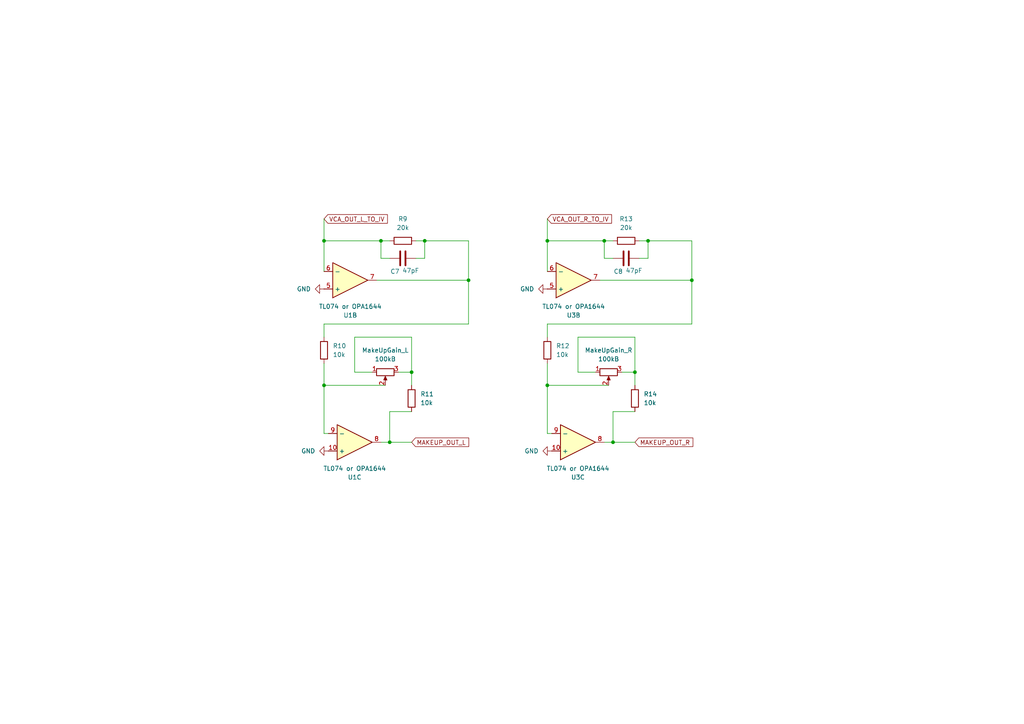
<source format=kicad_sch>
(kicad_sch (version 20250114) (generator "eeschema") (generator_version "9.0")
  (paper "A4")
  (lib_symbols
    (symbol "Device:C" (pin_numbers (hide yes)) (pin_names (offset 0.254))
      (property "Reference" "C" (at 0.635 2.54 0))
      (property "Value" "C" (at 0.635 -2.54 0))
      (symbol "C_0_1"
        (polyline (pts (xy -2.032 0.762) (xy 2.032 0.762)) (stroke (width 0.508)))
        (polyline (pts (xy -2.032 -0.762) (xy 2.032 -0.762)) (stroke (width 0.508)))
      )
      (symbol "C_1_1"
        (pin passive line (at 0 3.81 270) (length 2.794) (name "~") (number "1"))
        (pin passive line (at 0 -3.81 90) (length 2.794) (name "~") (number "2"))
      )
    )
    (symbol "Device:Opamp_Quad"
      (property "Reference" "U" (at 0 5.08 0))
      (property "Value" "Opamp_Quad" (at 0 -5.08 0))
      (symbol "Opamp_Quad_1_1"
        (polyline (pts (xy -5.08 5.08) (xy 5.08 0) (xy -5.08 -5.08) (xy -5.08 5.08)) (stroke (width 0.254)) (fill (type background)))
        (pin input line (at -7.62 2.54 0) (length 2.54) (name "+") (number "3"))
        (pin input line (at -7.62 -2.54 0) (length 2.54) (name "-") (number "2"))
        (pin output line (at 7.62 0 180) (length 2.54) (name "~") (number "1"))
      )
      (symbol "Opamp_Quad_2_1"
        (polyline (pts (xy -5.08 5.08) (xy 5.08 0) (xy -5.08 -5.08) (xy -5.08 5.08)) (stroke (width 0.254)) (fill (type background)))
        (pin input line (at -7.62 2.54 0) (length 2.54) (name "+") (number "5"))
        (pin input line (at -7.62 -2.54 0) (length 2.54) (name "-") (number "6"))
        (pin output line (at 7.62 0 180) (length 2.54) (name "~") (number "7"))
      )
      (symbol "Opamp_Quad_3_1"
        (polyline (pts (xy -5.08 5.08) (xy 5.08 0) (xy -5.08 -5.08) (xy -5.08 5.08)) (stroke (width 0.254)) (fill (type background)))
        (pin input line (at -7.62 2.54 0) (length 2.54) (name "+") (number "10"))
        (pin input line (at -7.62 -2.54 0) (length 2.54) (name "-") (number "9"))
        (pin output line (at 7.62 0 180) (length 2.54) (name "~") (number "8"))
      )
      (symbol "Opamp_Quad_4_1"
        (polyline (pts (xy -5.08 5.08) (xy 5.08 0) (xy -5.08 -5.08) (xy -5.08 5.08)) (stroke (width 0.254)) (fill (type background)))
        (pin input line (at -7.62 2.54 0) (length 2.54) (name "+") (number "12"))
        (pin input line (at -7.62 -2.54 0) (length 2.54) (name "-") (number "13"))
        (pin output line (at 7.62 0 180) (length 2.54) (name "~") (number "14"))
      )
      (symbol "Opamp_Quad_5_1"
        (pin power_in line (at -2.54 7.62 270) (length 3.81) (name "V+") (number "4"))
        (pin power_in line (at -2.54 -7.62 90) (length 3.81) (name "V-") (number "11"))
      )
    )
    (symbol "Device:R" (pin_numbers (hide yes)) (pin_names (offset 0))
      (property "Reference" "R" (at 2.032 0 90))
      (property "Value" "R" (at 0 0 90))
      (symbol "R_0_1"
        (rectangle (start -1.016 -2.54) (end 1.016 2.54) (stroke (width 0.254)))
      )
      (symbol "R_1_1"
        (pin passive line (at 0 3.81 270) (length 1.27) (name "~") (number "1"))
        (pin passive line (at 0 -3.81 90) (length 1.27) (name "~") (number "2"))
      )
    )
    (symbol "Device:R_Potentiometer" (pin_names (offset 1.016) (hide yes))
      (property "Reference" "RV" (at -4.445 0 90))
      (property "Value" "R_Potentiometer" (at -2.54 0 90))
      (symbol "R_Potentiometer_0_1"
        (rectangle (start 1.016 2.54) (end -1.016 -2.54) (stroke (width 0.254)))
        (polyline (pts (xy 1.143 0) (xy 2.286 0.508) (xy 2.286 -0.508) (xy 1.143 0)) (fill (type outline)))
        (polyline (pts (xy 2.54 0) (xy 1.524 0)))
      )
      (symbol "R_Potentiometer_1_1"
        (pin passive line (at 0 3.81 270) (length 1.27) (name "1") (number "1"))
        (pin passive line (at 0 -3.81 90) (length 1.27) (name "3") (number "3"))
        (pin passive line (at 3.81 0 180) (length 1.27) (name "2") (number "2"))
      )
    )
    (symbol "power:GND" (power) (pin_numbers (hide yes)) (pin_names (offset 0) (hide yes))
      (property "Value" "GND" (at 0 -3.81 0))
      (symbol "GND_0_1"
        (polyline (pts (xy 0 0) (xy 0 -1.27) (xy 1.27 -1.27) (xy 0 -2.54) (xy -1.27 -1.27) (xy 0 -1.27)))
      )
      (symbol "GND_1_1"
        (pin power_in line (at 0 0 270) (length 0) (name "~") (number "1"))
      )
    )
  )
  (junction (at 175.26 69.85))
  (junction (at 187.96 69.85))
  (junction (at 177.8 128.27))
  (junction (at 158.75 69.85))
  (junction (at 110.49 69.85))
  (junction (at 119.38 107.95))
  (junction (at 158.75 111.76))
  (junction (at 135.89 81.28))
  (junction (at 200.66 81.28))
  (junction (at 184.15 107.95))
  (junction (at 113.03 128.27))
  (junction (at 123.19 69.85))
  (junction (at 93.98 69.85))
  (junction (at 93.98 111.76))
  (wire (pts (xy 187.96 74.93) (xy 187.96 69.85)))
  (wire (pts (xy 93.98 93.98) (xy 93.98 97.79)))
  (wire (pts (xy 120.65 74.93) (xy 123.19 74.93)))
  (wire (pts (xy 119.38 97.79) (xy 119.38 107.95)))
  (wire (pts (xy 158.75 93.98) (xy 200.66 93.98)))
  (wire (pts (xy 120.65 69.85) (xy 123.19 69.85)))
  (wire (pts (xy 175.26 69.85) (xy 177.8 69.85)))
  (wire (pts (xy 158.75 63.5) (xy 158.75 69.85)))
  (wire (pts (xy 102.87 97.79) (xy 119.38 97.79)))
  (wire (pts (xy 93.98 111.76) (xy 111.76 111.76)))
  (wire (pts (xy 175.26 128.27) (xy 177.8 128.27)))
  (wire (pts (xy 113.03 119.38) (xy 113.03 128.27)))
  (wire (pts (xy 185.42 74.93) (xy 187.96 74.93)))
  (wire (pts (xy 158.75 69.85) (xy 175.26 69.85)))
  (wire (pts (xy 93.98 125.73) (xy 95.25 125.73)))
  (wire (pts (xy 200.66 69.85) (xy 200.66 81.28)))
  (wire (pts (xy 93.98 69.85) (xy 93.98 78.74)))
  (wire (pts (xy 135.89 69.85) (xy 135.89 81.28)))
  (wire (pts (xy 187.96 69.85) (xy 200.66 69.85)))
  (wire (pts (xy 158.75 111.76) (xy 158.75 125.73)))
  (wire (pts (xy 185.42 69.85) (xy 187.96 69.85)))
  (wire (pts (xy 184.15 107.95) (xy 184.15 111.76)))
  (wire (pts (xy 175.26 69.85) (xy 175.26 74.93)))
  (wire (pts (xy 177.8 119.38) (xy 184.15 119.38)))
  (wire (pts (xy 107.95 107.95) (xy 102.87 107.95)))
  (wire (pts (xy 200.66 93.98) (xy 200.66 81.28)))
  (wire (pts (xy 102.87 107.95) (xy 102.87 97.79)))
  (wire (pts (xy 110.49 74.93) (xy 113.03 74.93)))
  (wire (pts (xy 167.64 107.95) (xy 167.64 97.79)))
  (wire (pts (xy 123.19 69.85) (xy 135.89 69.85)))
  (wire (pts (xy 158.75 125.73) (xy 160.02 125.73)))
  (wire (pts (xy 113.03 128.27) (xy 119.38 128.27)))
  (wire (pts (xy 93.98 111.76) (xy 93.98 125.73)))
  (wire (pts (xy 109.22 81.28) (xy 135.89 81.28)))
  (wire (pts (xy 158.75 93.98) (xy 158.75 97.79)))
  (wire (pts (xy 175.26 74.93) (xy 177.8 74.93)))
  (wire (pts (xy 158.75 111.76) (xy 176.53 111.76)))
  (wire (pts (xy 184.15 97.79) (xy 184.15 107.95)))
  (wire (pts (xy 110.49 128.27) (xy 113.03 128.27)))
  (wire (pts (xy 110.49 69.85) (xy 113.03 69.85)))
  (wire (pts (xy 158.75 105.41) (xy 158.75 111.76)))
  (wire (pts (xy 177.8 128.27) (xy 184.15 128.27)))
  (wire (pts (xy 93.98 63.5) (xy 93.98 69.85)))
  (wire (pts (xy 93.98 105.41) (xy 93.98 111.76)))
  (wire (pts (xy 167.64 97.79) (xy 184.15 97.79)))
  (wire (pts (xy 123.19 74.93) (xy 123.19 69.85)))
  (wire (pts (xy 119.38 107.95) (xy 119.38 111.76)))
  (wire (pts (xy 173.99 81.28) (xy 200.66 81.28)))
  (wire (pts (xy 135.89 93.98) (xy 135.89 81.28)))
  (wire (pts (xy 110.49 69.85) (xy 110.49 74.93)))
  (wire (pts (xy 158.75 69.85) (xy 158.75 78.74)))
  (wire (pts (xy 93.98 93.98) (xy 135.89 93.98)))
  (wire (pts (xy 115.57 107.95) (xy 119.38 107.95)))
  (wire (pts (xy 93.98 69.85) (xy 110.49 69.85)))
  (wire (pts (xy 172.72 107.95) (xy 167.64 107.95)))
  (wire (pts (xy 113.03 119.38) (xy 119.38 119.38)))
  (wire (pts (xy 180.34 107.95) (xy 184.15 107.95)))
  (wire (pts (xy 177.8 119.38) (xy 177.8 128.27)))
  (global_label "VCA_OUT_R_TO_IV" (shape input) (at 158.75 63.5 0) (effects (font (thickness 0.1588))) (property "Intersheetrefs" "${INTERSHEET_REFS}" (effects (hide yes))))
  (global_label "VCA_OUT_L_TO_IV" (shape input) (at 93.98 63.5 0) (effects (font (thickness 0.1588))) (property "Intersheetrefs" "${INTERSHEET_REFS}" (effects (hide yes))))
  (global_label "MAKEUP_OUT_R" (shape input) (at 184.15 128.27 0) (property "Intersheetrefs" "${INTERSHEET_REFS}" (effects (hide yes))))
  (global_label "MAKEUP_OUT_L" (shape input) (at 119.38 128.27 0) (property "Intersheetrefs" "${INTERSHEET_REFS}" (effects (hide yes))))
  (symbol (lib_id "power:GND") (at 95.25 130.81 270) (unit 1)
    (property "Reference" "#PWR015" (effects (hide yes)))
    (property "Value" "GND" (at 91.44 130.8099 90) (effects (justify right)))
    (property "Description" "Power symbol creates a global label with name \"GND\" , ground" (effects (hide yes)))
  )
  (symbol (lib_id "Device:R") (at 116.84 69.85 90) (unit 1)
    (property "Reference" "R9" (at 116.84 63.5 90))
    (property "Value" "20k" (at 116.84 66.04 90))
    (property "Footprint" "Resistor_THT:R_Axial_DIN0207_L6.3mm_D2.5mm_P2.54mm_Vertical" (effects (hide yes)))
    (property "Description" "Resistor" (effects (hide yes)))
  )
  (symbol (lib_id "Device:R") (at 119.38 115.57 180) (unit 1)
    (property "Reference" "R11" (at 121.92 114.2999 0) (effects (justify right)))
    (property "Value" "10k" (at 121.92 116.8399 0) (effects (justify right)))
    (property "Footprint" "Resistor_THT:R_Axial_DIN0207_L6.3mm_D2.5mm_P2.54mm_Vertical" (effects (hide yes)))
    (property "Description" "Resistor" (effects (hide yes)))
  )
  (symbol (lib_id "Device:R") (at 181.61 69.85 90) (unit 1)
    (property "Reference" "R13" (at 181.61 63.5 90))
    (property "Value" "20k" (at 181.61 66.04 90))
    (property "Footprint" "Resistor_THT:R_Axial_DIN0207_L6.3mm_D2.5mm_P2.54mm_Vertical" (effects (hide yes)))
    (property "Description" "Resistor" (effects (hide yes)))
  )
  (symbol (lib_id "Device:Opamp_Quad") (at 101.6 81.28 0) (mirror x) (unit 2)
    (property "Reference" "U1" (at 101.6 91.44 0))
    (property "Value" "TL074 or OPA1644" (at 101.6 88.9 0))
    (property "Footprint" "Package_DIP:DIP-14_W7.62mm_Socket" (effects (hide yes)))
    (property "Description" "Quad operational amplifier" (effects (hide yes)))
    (property "Sim.Library" "${KICAD9_SYMBOL_DIR}/Simulation_SPICE.sp" (effects (hide yes)))
    (property "Sim.Name" "kicad_builtin_opamp_quad" (effects (hide yes)))
    (property "Sim.Device" "SUBCKT" (effects (hide yes)))
    (property "Sim.Pins" "1=out1 2=in1- 3=in1+ 4=vcc 5=in2+ 6=in2- 7=out2 8=out3 9=in3- 10=in3+ 11=vee 12=in4+ 13=in4- 14=out4" (effects (hide yes)))
  )
  (symbol (lib_id "Device:C") (at 116.84 74.93 270) (unit 1)
    (property "Reference" "C7" (at 114.554 78.74 90))
    (property "Value" "47pF" (at 119.126 78.486 90))
    (property "Footprint" "Capacitor_THT:C_Disc_D4.3mm_W1.9mm_P5.00mm" (effects (hide yes)))
    (property "Description" "ceramic capacitor" (effects (hide yes)))
  )
  (symbol (lib_id "power:GND") (at 160.02 130.81 270) (unit 1)
    (property "Reference" "#PWR017" (effects (hide yes)))
    (property "Value" "GND" (at 156.21 130.8099 90) (effects (justify right)))
    (property "Description" "Power symbol creates a global label with name \"GND\" , ground" (effects (hide yes)))
  )
  (symbol (lib_id "Device:R") (at 184.15 115.57 180) (unit 1)
    (property "Reference" "R14" (at 186.69 114.2999 0) (effects (justify right)))
    (property "Value" "10k" (at 186.69 116.8399 0) (effects (justify right)))
    (property "Footprint" "Resistor_THT:R_Axial_DIN0207_L6.3mm_D2.5mm_P2.54mm_Vertical" (effects (hide yes)))
    (property "Description" "Resistor" (effects (hide yes)))
  )
  (symbol (lib_id "Device:Opamp_Quad") (at 166.37 81.28 0) (mirror x) (unit 2)
    (property "Reference" "U3" (at 166.37 91.44 0))
    (property "Value" "TL074 or OPA1644" (at 166.37 88.9 0))
    (property "Description" "Quad operational amplifier" (effects (hide yes)))
    (property "Sim.Library" "${KICAD9_SYMBOL_DIR}/Simulation_SPICE.sp" (effects (hide yes)))
    (property "Sim.Name" "kicad_builtin_opamp_quad" (effects (hide yes)))
    (property "Sim.Device" "SUBCKT" (effects (hide yes)))
    (property "Sim.Pins" "1=out1 2=in1- 3=in1+ 4=vcc 5=in2+ 6=in2- 7=out2 8=out3 9=in3- 10=in3+ 11=vee 12=in4+ 13=in4- 14=out4" (effects (hide yes)))
  )
  (symbol (lib_id "Device:R") (at 93.98 101.6 180) (unit 1)
    (property "Reference" "R10" (at 96.52 100.3299 0) (effects (justify right)))
    (property "Value" "10k" (at 96.52 102.8699 0) (effects (justify right)))
    (property "Footprint" "Resistor_THT:R_Axial_DIN0207_L6.3mm_D2.5mm_P2.54mm_Vertical" (effects (hide yes)))
    (property "Description" "Resistor" (effects (hide yes)))
  )
  (symbol (lib_id "power:GND") (at 158.75 83.82 270) (unit 1)
    (property "Reference" "#PWR016" (effects (hide yes)))
    (property "Value" "GND" (at 154.94 83.8199 90) (effects (justify right)))
    (property "Description" "Power symbol creates a global label with name \"GND\" , ground" (effects (hide yes)))
  )
  (symbol (lib_id "Device:R_Potentiometer") (at 176.53 107.95 90) (mirror x) (unit 1)
    (property "Reference" "MakeUpGain_R" (at 176.53 101.6 90))
    (property "Value" "100kB" (at 176.53 104.14 90))
    (property "Footprint" "Connector_PinHeader_2.54mm:PinHeader_1x03_P2.54mm_Vertical" (effects (hide yes)))
    (property "Description" "Make Up Gain" (effects (hide yes)))
  )
  (symbol (lib_id "Device:R") (at 158.75 101.6 180) (unit 1)
    (property "Reference" "R12" (at 161.29 100.3299 0) (effects (justify right)))
    (property "Value" "10k" (at 161.29 102.8699 0) (effects (justify right)))
    (property "Footprint" "Resistor_THT:R_Axial_DIN0207_L6.3mm_D2.5mm_P2.54mm_Vertical" (effects (hide yes)))
    (property "Description" "Resistor" (effects (hide yes)))
  )
  (symbol (lib_id "Device:Opamp_Quad") (at 167.64 128.27 0) (mirror x) (unit 3)
    (property "Reference" "U3" (at 167.64 138.43 0))
    (property "Value" "TL074 or OPA1644" (at 167.64 135.89 0))
    (property "Description" "Quad operational amplifier" (effects (hide yes)))
    (property "Sim.Library" "${KICAD9_SYMBOL_DIR}/Simulation_SPICE.sp" (effects (hide yes)))
    (property "Sim.Name" "kicad_builtin_opamp_quad" (effects (hide yes)))
    (property "Sim.Device" "SUBCKT" (effects (hide yes)))
    (property "Sim.Pins" "1=out1 2=in1- 3=in1+ 4=vcc 5=in2+ 6=in2- 7=out2 8=out3 9=in3- 10=in3+ 11=vee 12=in4+ 13=in4- 14=out4" (effects (hide yes)))
  )
  (symbol (lib_id "Device:C") (at 181.61 74.93 270) (unit 1)
    (property "Reference" "C8" (at 179.324 78.74 90))
    (property "Value" "47pF" (at 183.896 78.486 90))
    (property "Footprint" "Capacitor_THT:C_Disc_D4.3mm_W1.9mm_P5.00mm" (effects (hide yes)))
    (property "Description" "ceramic capacitor" (effects (hide yes)))
  )
  (symbol (lib_id "Device:Opamp_Quad") (at 102.87 128.27 0) (mirror x) (unit 3)
    (property "Reference" "U1" (at 102.87 138.43 0))
    (property "Value" "TL074 or OPA1644" (at 102.87 135.89 0))
    (property "Footprint" "Package_DIP:DIP-14_W7.62mm_Socket" (effects (hide yes)))
    (property "Description" "Quad operational amplifier" (effects (hide yes)))
    (property "Sim.Library" "${KICAD9_SYMBOL_DIR}/Simulation_SPICE.sp" (effects (hide yes)))
    (property "Sim.Name" "kicad_builtin_opamp_quad" (effects (hide yes)))
    (property "Sim.Device" "SUBCKT" (effects (hide yes)))
    (property "Sim.Pins" "1=out1 2=in1- 3=in1+ 4=vcc 5=in2+ 6=in2- 7=out2 8=out3 9=in3- 10=in3+ 11=vee 12=in4+ 13=in4- 14=out4" (effects (hide yes)))
  )
  (symbol (lib_id "power:GND") (at 93.98 83.82 270) (unit 1)
    (property "Reference" "#PWR014" (effects (hide yes)))
    (property "Value" "GND" (at 90.17 83.8199 90) (effects (justify right)))
    (property "Description" "Power symbol creates a global label with name \"GND\" , ground" (effects (hide yes)))
  )
  (symbol (lib_id "Device:R_Potentiometer") (at 111.76 107.95 90) (mirror x) (unit 1)
    (property "Reference" "MakeUpGain_L" (at 111.76 101.6 90))
    (property "Value" "100kB" (at 111.76 104.14 90))
    (property "Footprint" "Connector_PinHeader_2.54mm:PinHeader_1x03_P2.54mm_Vertical" (effects (hide yes)))
    (property "Description" "Make Up Gain" (effects (hide yes)))
  )
)
</source>
